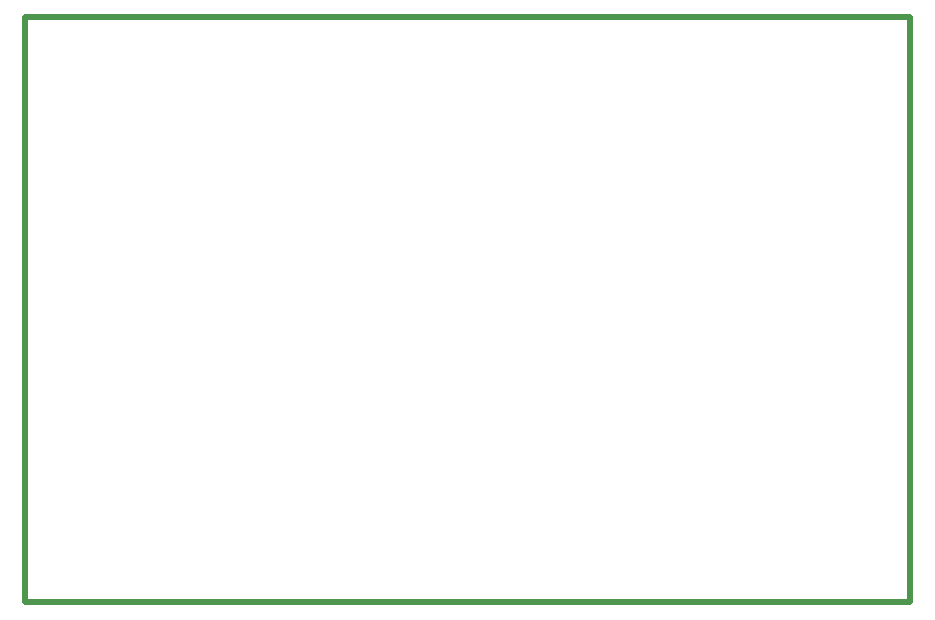
<source format=gko>
*%FSLAX25Y25*%
*%MOIN*%
G01*
%ADD11C,0.00600*%
%ADD12C,0.00733*%
%ADD13C,0.00800*%
%ADD14C,0.01000*%
%ADD15C,0.01200*%
%ADD16C,0.01500*%
%ADD17C,0.02000*%
%ADD18C,0.02500*%
%ADD19C,0.03000*%
%ADD20C,0.03000*%
%ADD21O,0.03000X0.08000*%
%ADD22O,0.03800X0.08800*%
%ADD23C,0.04000*%
%ADD24C,0.04000*%
%ADD25C,0.05000*%
%ADD26C,0.06000*%
%ADD27C,0.06800*%
%ADD28C,0.07000*%
%ADD29C,0.08000*%
%ADD30C,0.08000*%
%ADD31C,0.08800*%
%ADD32O,0.09000X0.07000*%
%ADD33O,0.09800X0.07800*%
%ADD34C,0.10000*%
%ADD35C,0.10000*%
%ADD36C,0.12000*%
%ADD37C,0.12000*%
%ADD38C,0.12500*%
%ADD39C,0.12800*%
%ADD40O,0.15000X0.12000*%
%ADD41O,0.15800X0.12800*%
%ADD42C,0.16500*%
%ADD43C,0.25000*%
%ADD44R,0.04000X0.04000*%
%ADD45R,0.04800X0.04800*%
%ADD46R,0.05000X0.04000*%
%ADD47R,0.05800X0.04800*%
%ADD48R,0.06000X0.06000*%
%ADD49R,0.06000X0.10000*%
%ADD50R,0.06800X0.06800*%
%ADD51R,0.06800X0.10800*%
%ADD52R,0.08000X0.20000*%
%ADD53R,0.08800X0.20800*%
%ADD54R,0.10000X0.06000*%
%ADD55R,0.10000X0.10000*%
%ADD56R,0.10000X0.24000*%
%ADD57R,0.10800X0.06800*%
%ADD58R,0.10800X0.24800*%
%ADD59R,0.12000X0.06000*%
%ADD60R,0.12800X0.06800*%
%ADD61R,0.20000X0.20000*%
D17*
X851000Y897500D02*
X1146000D01*
Y702500D01*
X851000D02*
Y897500D01*
Y702500D02*
X1146000D01*
D02*
M02*

</source>
